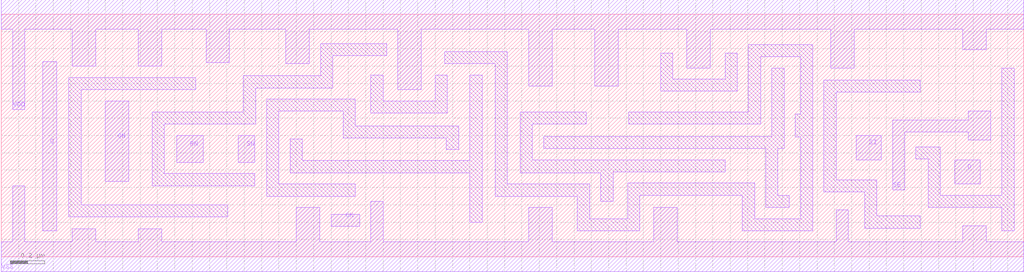
<source format=lef>
# 
# ******************************************************************************
# *                                                                            *
# *                   Copyright (C) 2004-2010, Nangate Inc.                    *
# *                           All rights reserved.                             *
# *                                                                            *
# * Nangate and the Nangate logo are trademarks of Nangate Inc.                *
# *                                                                            *
# * All trademarks, logos, software marks, and trade names (collectively the   *
# * "Marks") in this program are proprietary to Nangate or other respective    *
# * owners that have granted Nangate the right and license to use such Marks.  *
# * You are not permitted to use the Marks without the prior written consent   *
# * of Nangate or such third party that may own the Marks.                     *
# *                                                                            *
# * This file has been provided pursuant to a License Agreement containing     *
# * restrictions on its use. This file contains valuable trade secrets and     *
# * proprietary information of Nangate Inc., and is protected by U.S. and      *
# * international laws and/or treaties.                                        *
# *                                                                            *
# * The copyright notice(s) in this file does not indicate actual or intended  *
# * publication of this file.                                                  *
# *                                                                            *
# *     NGLibraryCreator, v2010.08-HR32-SP3-2010-08-05 - build 1009061800      *
# *                                                                            *
# ******************************************************************************
# 
# 
# Running on brazil06.nangate.com.br for user Giancarlo Franciscatto (gfr).
# Local time is now Fri, 3 Dec 2010, 19:32:18.
# Main process id is 27821.

VERSION 5.6 ;
BUSBITCHARS "[]" ;
DIVIDERCHAR "/" ;

MACRO SDFFRS_X2
  CLASS core ;
  FOREIGN SDFFRS_X2 0.0 0.0 ;
  ORIGIN 0 0 ;
  SYMMETRY X Y ;
  SITE FreePDK45_38x28_10R_NP_162NW_34O ;
  SIZE 5.89 BY 1.4 ;
  PIN D
    DIRECTION INPUT ;
    ANTENNAPARTIALMETALAREA 0.0203 LAYER metal1 ;
    ANTENNAPARTIALMETALSIDEAREA 0.0741 LAYER metal1 ;
    ANTENNAGATEAREA 0.03475 ;
    PORT
      LAYER metal1 ;
        POLYGON 5.495 0.42 5.64 0.42 5.64 0.56 5.495 0.56  ;
    END
  END D
  PIN RN
    DIRECTION INPUT ;
    ANTENNAPARTIALMETALAREA 0.024025 LAYER metal1 ;
    ANTENNAPARTIALMETALSIDEAREA 0.0806 LAYER metal1 ;
    ANTENNAGATEAREA 0.075 ;
    PORT
      LAYER metal1 ;
        POLYGON 1.01 0.545 1.165 0.545 1.165 0.7 1.01 0.7  ;
    END
  END RN
  PIN SE
    DIRECTION INPUT ;
    ANTENNAPARTIALMETALAREA 0.07535 LAYER metal1 ;
    ANTENNAPARTIALMETALSIDEAREA 0.2769 LAYER metal1 ;
    ANTENNAGATEAREA 0.05775 ;
    PORT
      LAYER metal1 ;
        POLYGON 5.135 0.385 5.205 0.385 5.205 0.72 5.57 0.72 5.57 0.675 5.7 0.675 5.7 0.84 5.57 0.84 5.57 0.79 5.135 0.79  ;
    END
  END SE
  PIN SI
    DIRECTION INPUT ;
    ANTENNAPARTIALMETALAREA 0.0203 LAYER metal1 ;
    ANTENNAPARTIALMETALSIDEAREA 0.0741 LAYER metal1 ;
    ANTENNAGATEAREA 0.02625 ;
    PORT
      LAYER metal1 ;
        POLYGON 4.925 0.56 5.07 0.56 5.07 0.7 4.925 0.7  ;
    END
  END SI
  PIN SN
    DIRECTION INPUT ;
    ANTENNAPARTIALMETALAREA 0.014725 LAYER metal1 ;
    ANTENNAPARTIALMETALSIDEAREA 0.065 LAYER metal1 ;
    ANTENNAGATEAREA 0.04875 ;
    PORT
      LAYER metal1 ;
        POLYGON 1.365 0.545 1.46 0.545 1.46 0.7 1.365 0.7  ;
    END
  END SN
  PIN CK
    DIRECTION INPUT ;
    ANTENNAPARTIALMETALAREA 0.01155 LAYER metal1 ;
    ANTENNAPARTIALMETALSIDEAREA 0.0611 LAYER metal1 ;
    ANTENNAGATEAREA 0.02625 ;
    PORT
      LAYER metal1 ;
        POLYGON 1.9 0.175 2.065 0.175 2.065 0.245 1.9 0.245  ;
    END
  END CK
  PIN Q
    DIRECTION OUTPUT ;
    ANTENNAPARTIALMETALAREA 0.078 LAYER metal1 ;
    ANTENNAPARTIALMETALSIDEAREA 0.2743 LAYER metal1 ;
    ANTENNADIFFAREA 0.1463 ;
    PORT
      LAYER metal1 ;
        POLYGON 0.24 0.15 0.32 0.15 0.32 1.125 0.24 1.125  ;
    END
  END Q
  PIN QN
    DIRECTION OUTPUT ;
    ANTENNAPARTIALMETALAREA 0.062775 LAYER metal1 ;
    ANTENNAPARTIALMETALSIDEAREA 0.156 LAYER metal1 ;
    ANTENNADIFFAREA 0.1463 ;
    PORT
      LAYER metal1 ;
        POLYGON 0.6 0.435 0.735 0.435 0.735 0.9 0.6 0.9  ;
    END
  END QN
  PIN VDD
    DIRECTION INOUT ;
    USE power ;
    SHAPE ABUTMENT ;
    PORT
      LAYER metal1 ;
        POLYGON 0 1.315 0.065 1.315 0.065 0.85 0.135 0.85 0.135 1.315 0.41 1.315 0.41 1.1 0.545 1.1 0.545 1.315 0.79 1.315 0.79 1.1 0.925 1.1 0.925 1.315 1.18 1.315 1.18 1.12 1.315 1.12 1.315 1.315 1.64 1.315 1.64 1.115 1.775 1.115 1.775 1.315 2.22 1.315 2.285 1.315 2.285 0.965 2.42 0.965 2.42 1.315 3.04 1.315 3.04 0.985 3.175 0.985 3.175 1.315 3.42 1.315 3.42 0.985 3.555 0.985 3.555 1.315 3.95 1.315 3.95 1.09 4.085 1.09 4.085 1.315 4.24 1.315 4.675 1.315 4.78 1.315 4.78 1.09 4.915 1.09 4.915 1.315 5.295 1.315 5.54 1.315 5.54 1.195 5.675 1.195 5.675 1.315 5.835 1.315 5.89 1.315 5.89 1.485 5.835 1.485 5.295 1.485 4.675 1.485 4.24 1.485 2.22 1.485 0 1.485  ;
    END
  END VDD
  PIN VSS
    DIRECTION INOUT ;
    USE ground ;
    SHAPE ABUTMENT ;
    PORT
      LAYER metal1 ;
        POLYGON 0 -0.085 5.89 -0.085 5.89 0.085 5.675 0.085 5.675 0.18 5.54 0.18 5.54 0.085 4.88 0.085 4.88 0.27 4.81 0.27 4.81 0.085 3.895 0.085 3.895 0.285 3.76 0.285 3.76 0.085 3.175 0.085 3.175 0.285 3.04 0.285 3.04 0.085 2.2 0.085 2.2 0.32 2.13 0.32 2.13 0.085 1.835 0.085 1.835 0.285 1.7 0.285 1.7 0.085 0.925 0.085 0.925 0.16 0.79 0.16 0.79 0.085 0.545 0.085 0.545 0.16 0.41 0.16 0.41 0.085 0.135 0.085 0.135 0.41 0.065 0.41 0.065 0.085 0 0.085  ;
    END
  END VSS
  OBS
      LAYER metal1 ;
        POLYGON 0.39 0.23 1.305 0.23 1.305 0.3 0.46 0.3 0.46 0.965 1.12 0.965 1.12 1.035 0.39 1.035  ;
        POLYGON 0.94 0.765 1.465 0.765 1.465 0.975 1.91 0.975 1.91 1.16 2.22 1.16 2.22 1.23 1.84 1.23 1.84 1.045 1.395 1.045 1.395 0.835 0.87 0.835 0.87 0.41 1.46 0.41 1.46 0.48 0.94 0.48  ;
        POLYGON 2.13 0.83 2.57 0.83 2.57 1.05 2.5 1.05 2.5 0.9 2.2 0.9 2.2 1.05 2.13 1.05  ;
        POLYGON 1.6 0.84 1.97 0.84 1.97 0.685 2.565 0.685 2.565 0.62 2.635 0.62 2.635 0.755 2.04 0.755 2.04 0.91 1.53 0.91 1.53 0.35 2.04 0.35 2.04 0.42 1.6 0.42  ;
        POLYGON 1.665 0.485 2.7 0.485 2.7 0.2 2.77 0.2 2.77 1.05 2.7 1.05 2.7 0.555 1.735 0.555 1.735 0.68 1.665 0.68  ;
        POLYGON 2.99 0.485 3.455 0.485 3.455 0.32 3.525 0.32 3.525 0.49 4.17 0.49 4.17 0.56 3.06 0.56 3.06 0.765 3.37 0.765 3.37 0.835 2.99 0.835  ;
        POLYGON 3.8 0.955 4.24 0.955 4.24 1.175 4.17 1.175 4.17 1.025 3.87 1.025 3.87 1.175 3.8 1.175  ;
        POLYGON 3.125 0.625 4.405 0.625 4.405 0.285 4.54 0.285 4.54 0.355 4.475 0.355 4.475 0.625 4.51 0.625 4.51 1.09 4.44 1.09 4.44 0.695 3.125 0.695  ;
        POLYGON 3.615 0.765 4.375 0.765 4.375 1.155 4.605 1.155 4.605 0.825 4.575 0.825 4.575 0.69 4.605 0.69 4.605 0.22 4.34 0.22 4.34 0.425 3.61 0.425 3.61 0.22 3.39 0.22 3.39 0.42 2.915 0.42 2.915 1.185 2.555 1.185 2.555 1.115 2.845 1.115 2.845 0.35 3.32 0.35 3.32 0.15 3.68 0.15 3.68 0.355 4.27 0.355 4.27 0.15 4.675 0.15 4.675 1.225 4.305 1.225 4.305 0.835 3.615 0.835  ;
        POLYGON 4.81 0.95 5.295 0.95 5.295 1.02 4.74 1.02 4.74 0.375 4.975 0.375 4.975 0.165 5.295 0.165 5.295 0.235 5.045 0.235 5.045 0.445 4.81 0.445  ;
        POLYGON 5.27 0.565 5.34 0.565 5.34 0.285 5.765 0.285 5.765 0.15 5.835 0.15 5.835 1.09 5.765 1.09 5.765 0.355 5.41 0.355 5.41 0.635 5.27 0.635  ;
  END
END SDFFRS_X2

END LIBRARY
#
# End of file
#

</source>
